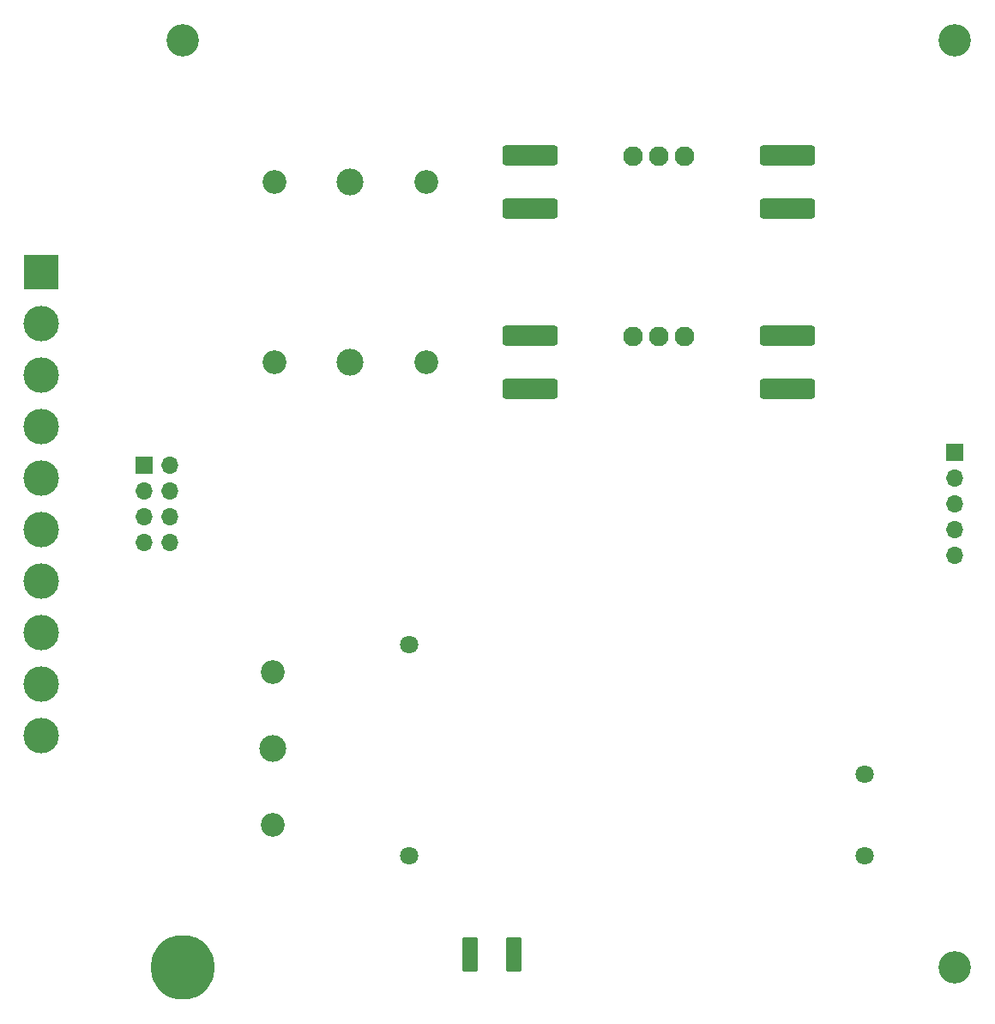
<source format=gbr>
%TF.GenerationSoftware,KiCad,Pcbnew,8.0.3-8.0.3-0~ubuntu22.04.1*%
%TF.CreationDate,2024-08-09T14:04:43+03:00*%
%TF.ProjectId,PM-PS,504d2d50-532e-46b6-9963-61645f706362,rev?*%
%TF.SameCoordinates,Original*%
%TF.FileFunction,Soldermask,Top*%
%TF.FilePolarity,Negative*%
%FSLAX46Y46*%
G04 Gerber Fmt 4.6, Leading zero omitted, Abs format (unit mm)*
G04 Created by KiCad (PCBNEW 8.0.3-8.0.3-0~ubuntu22.04.1) date 2024-08-09 14:04:43*
%MOMM*%
%LPD*%
G01*
G04 APERTURE LIST*
G04 Aperture macros list*
%AMRoundRect*
0 Rectangle with rounded corners*
0 $1 Rounding radius*
0 $2 $3 $4 $5 $6 $7 $8 $9 X,Y pos of 4 corners*
0 Add a 4 corners polygon primitive as box body*
4,1,4,$2,$3,$4,$5,$6,$7,$8,$9,$2,$3,0*
0 Add four circle primitives for the rounded corners*
1,1,$1+$1,$2,$3*
1,1,$1+$1,$4,$5*
1,1,$1+$1,$6,$7*
1,1,$1+$1,$8,$9*
0 Add four rect primitives between the rounded corners*
20,1,$1+$1,$2,$3,$4,$5,0*
20,1,$1+$1,$4,$5,$6,$7,0*
20,1,$1+$1,$6,$7,$8,$9,0*
20,1,$1+$1,$8,$9,$2,$3,0*%
G04 Aperture macros list end*
%ADD10C,1.950000*%
%ADD11C,3.200000*%
%ADD12RoundRect,0.249999X-2.450001X0.737501X-2.450001X-0.737501X2.450001X-0.737501X2.450001X0.737501X0*%
%ADD13C,1.803400*%
%ADD14RoundRect,0.250000X-0.537500X-1.450000X0.537500X-1.450000X0.537500X1.450000X-0.537500X1.450000X0*%
%ADD15C,2.650000*%
%ADD16C,2.350000*%
%ADD17R,1.700000X1.700000*%
%ADD18O,1.700000X1.700000*%
%ADD19R,3.500000X3.500000*%
%ADD20C,3.500000*%
%ADD21O,6.350000X6.350000*%
G04 APERTURE END LIST*
D10*
%TO.C,J5*%
X88900000Y-83820000D03*
X91440000Y-83820000D03*
X93980000Y-83820000D03*
%TD*%
D11*
%TO.C,H3*%
X120650000Y-146050000D03*
%TD*%
D12*
%TO.C,C3*%
X78740000Y-83722500D03*
X78740000Y-88997500D03*
%TD*%
%TO.C,C5*%
X104140000Y-83722500D03*
X104140000Y-88997500D03*
%TD*%
D13*
%TO.C,U1*%
X111760000Y-135000000D03*
X111760000Y-127000001D03*
X66759988Y-114200001D03*
X66759988Y-135000000D03*
%TD*%
D12*
%TO.C,C4*%
X104140000Y-65942500D03*
X104140000Y-71217500D03*
%TD*%
D14*
%TO.C,C1*%
X72792500Y-144780000D03*
X77067500Y-144780000D03*
%TD*%
D15*
%TO.C,U3*%
X60960000Y-86360000D03*
D16*
X53460000Y-86360000D03*
X68460000Y-86360000D03*
%TD*%
D17*
%TO.C,J2*%
X120650000Y-95250000D03*
D18*
X120650000Y-97790000D03*
X120650000Y-100330000D03*
X120650000Y-102870000D03*
X120650000Y-105410000D03*
%TD*%
D15*
%TO.C,U4*%
X53340000Y-124460000D03*
D16*
X53340000Y-131960000D03*
X53340000Y-116960000D03*
%TD*%
D11*
%TO.C,H1*%
X44450000Y-54610000D03*
%TD*%
D19*
%TO.C,J3*%
X30480000Y-77470000D03*
D20*
X30480000Y-82550000D03*
X30480000Y-87630000D03*
X30480000Y-92710000D03*
X30480000Y-97790000D03*
X30480000Y-102870000D03*
X30480000Y-107950000D03*
X30480000Y-113030000D03*
X30480000Y-118110000D03*
X30480000Y-123190000D03*
%TD*%
D17*
%TO.C,J1*%
X40640000Y-96520000D03*
D18*
X43180000Y-96520000D03*
X40640000Y-99060000D03*
X43180000Y-99060000D03*
X40640000Y-101600000D03*
X43180000Y-101600000D03*
X40640000Y-104140000D03*
X43180000Y-104140000D03*
%TD*%
D15*
%TO.C,U2*%
X60960000Y-68580000D03*
D16*
X53460000Y-68580000D03*
X68460000Y-68580000D03*
%TD*%
D21*
%TO.C,PE1*%
X44450000Y-146050000D03*
%TD*%
D12*
%TO.C,C2*%
X78740000Y-65942500D03*
X78740000Y-71217500D03*
%TD*%
D10*
%TO.C,J4*%
X88900000Y-66040000D03*
X91440000Y-66040000D03*
X93980000Y-66040000D03*
%TD*%
D11*
%TO.C,H2*%
X120650000Y-54610000D03*
%TD*%
M02*

</source>
